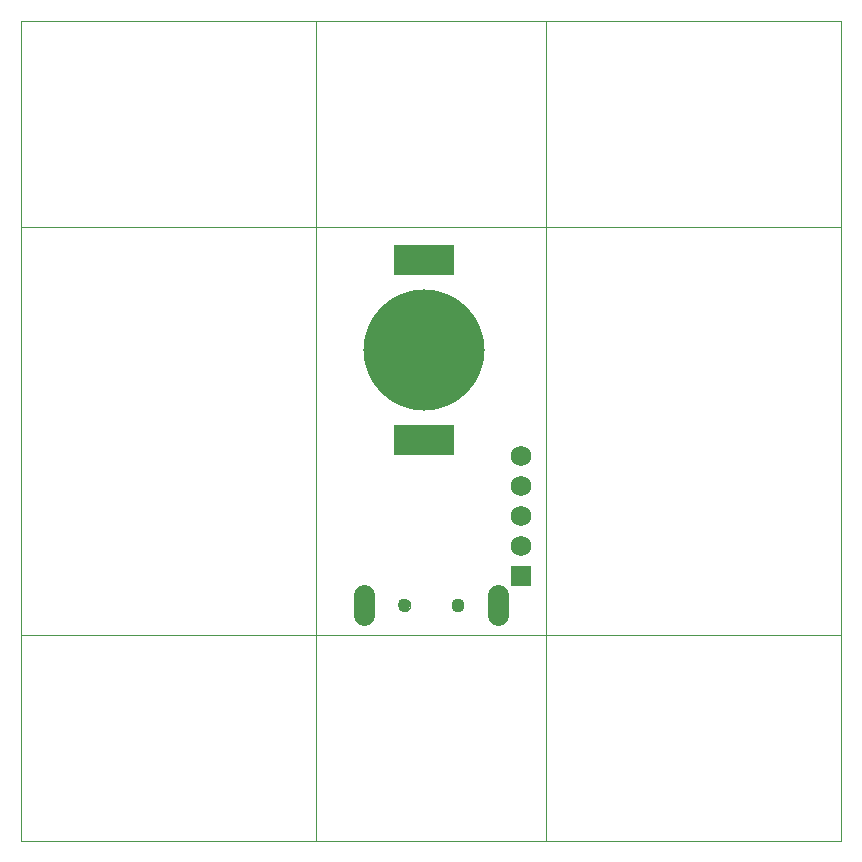
<source format=gbs>
G75*
%MOIN*%
%OFA0B0*%
%FSLAX25Y25*%
%IPPOS*%
%LPD*%
%AMOC8*
5,1,8,0,0,1.08239X$1,22.5*
%
%ADD10C,0.00000*%
%ADD11C,0.07000*%
%ADD12C,0.04337*%
%ADD13C,0.40400*%
%ADD14R,0.20400X0.10400*%
%ADD15R,0.06900X0.06900*%
%ADD16C,0.06900*%
D10*
X0001000Y0001000D02*
X0001000Y0274622D01*
X0274622Y0274622D01*
X0274622Y0001000D01*
X0001000Y0001000D01*
X0001000Y0069898D02*
X0274622Y0069898D01*
X0176197Y0001000D02*
X0176197Y0274622D01*
X0099425Y0274622D02*
X0099425Y0001000D01*
X0126984Y0079740D02*
X0126986Y0079828D01*
X0126992Y0079916D01*
X0127002Y0080004D01*
X0127016Y0080092D01*
X0127033Y0080178D01*
X0127055Y0080264D01*
X0127080Y0080348D01*
X0127110Y0080432D01*
X0127142Y0080514D01*
X0127179Y0080594D01*
X0127219Y0080673D01*
X0127263Y0080750D01*
X0127310Y0080825D01*
X0127360Y0080897D01*
X0127414Y0080968D01*
X0127470Y0081035D01*
X0127530Y0081101D01*
X0127592Y0081163D01*
X0127658Y0081223D01*
X0127725Y0081279D01*
X0127796Y0081333D01*
X0127868Y0081383D01*
X0127943Y0081430D01*
X0128020Y0081474D01*
X0128099Y0081514D01*
X0128179Y0081551D01*
X0128261Y0081583D01*
X0128345Y0081613D01*
X0128429Y0081638D01*
X0128515Y0081660D01*
X0128601Y0081677D01*
X0128689Y0081691D01*
X0128777Y0081701D01*
X0128865Y0081707D01*
X0128953Y0081709D01*
X0129041Y0081707D01*
X0129129Y0081701D01*
X0129217Y0081691D01*
X0129305Y0081677D01*
X0129391Y0081660D01*
X0129477Y0081638D01*
X0129561Y0081613D01*
X0129645Y0081583D01*
X0129727Y0081551D01*
X0129807Y0081514D01*
X0129886Y0081474D01*
X0129963Y0081430D01*
X0130038Y0081383D01*
X0130110Y0081333D01*
X0130181Y0081279D01*
X0130248Y0081223D01*
X0130314Y0081163D01*
X0130376Y0081101D01*
X0130436Y0081035D01*
X0130492Y0080968D01*
X0130546Y0080897D01*
X0130596Y0080825D01*
X0130643Y0080750D01*
X0130687Y0080673D01*
X0130727Y0080594D01*
X0130764Y0080514D01*
X0130796Y0080432D01*
X0130826Y0080348D01*
X0130851Y0080264D01*
X0130873Y0080178D01*
X0130890Y0080092D01*
X0130904Y0080004D01*
X0130914Y0079916D01*
X0130920Y0079828D01*
X0130922Y0079740D01*
X0130920Y0079652D01*
X0130914Y0079564D01*
X0130904Y0079476D01*
X0130890Y0079388D01*
X0130873Y0079302D01*
X0130851Y0079216D01*
X0130826Y0079132D01*
X0130796Y0079048D01*
X0130764Y0078966D01*
X0130727Y0078886D01*
X0130687Y0078807D01*
X0130643Y0078730D01*
X0130596Y0078655D01*
X0130546Y0078583D01*
X0130492Y0078512D01*
X0130436Y0078445D01*
X0130376Y0078379D01*
X0130314Y0078317D01*
X0130248Y0078257D01*
X0130181Y0078201D01*
X0130110Y0078147D01*
X0130038Y0078097D01*
X0129963Y0078050D01*
X0129886Y0078006D01*
X0129807Y0077966D01*
X0129727Y0077929D01*
X0129645Y0077897D01*
X0129561Y0077867D01*
X0129477Y0077842D01*
X0129391Y0077820D01*
X0129305Y0077803D01*
X0129217Y0077789D01*
X0129129Y0077779D01*
X0129041Y0077773D01*
X0128953Y0077771D01*
X0128865Y0077773D01*
X0128777Y0077779D01*
X0128689Y0077789D01*
X0128601Y0077803D01*
X0128515Y0077820D01*
X0128429Y0077842D01*
X0128345Y0077867D01*
X0128261Y0077897D01*
X0128179Y0077929D01*
X0128099Y0077966D01*
X0128020Y0078006D01*
X0127943Y0078050D01*
X0127868Y0078097D01*
X0127796Y0078147D01*
X0127725Y0078201D01*
X0127658Y0078257D01*
X0127592Y0078317D01*
X0127530Y0078379D01*
X0127470Y0078445D01*
X0127414Y0078512D01*
X0127360Y0078583D01*
X0127310Y0078655D01*
X0127263Y0078730D01*
X0127219Y0078807D01*
X0127179Y0078886D01*
X0127142Y0078966D01*
X0127110Y0079048D01*
X0127080Y0079132D01*
X0127055Y0079216D01*
X0127033Y0079302D01*
X0127016Y0079388D01*
X0127002Y0079476D01*
X0126992Y0079564D01*
X0126986Y0079652D01*
X0126984Y0079740D01*
X0144700Y0079740D02*
X0144702Y0079828D01*
X0144708Y0079916D01*
X0144718Y0080004D01*
X0144732Y0080092D01*
X0144749Y0080178D01*
X0144771Y0080264D01*
X0144796Y0080348D01*
X0144826Y0080432D01*
X0144858Y0080514D01*
X0144895Y0080594D01*
X0144935Y0080673D01*
X0144979Y0080750D01*
X0145026Y0080825D01*
X0145076Y0080897D01*
X0145130Y0080968D01*
X0145186Y0081035D01*
X0145246Y0081101D01*
X0145308Y0081163D01*
X0145374Y0081223D01*
X0145441Y0081279D01*
X0145512Y0081333D01*
X0145584Y0081383D01*
X0145659Y0081430D01*
X0145736Y0081474D01*
X0145815Y0081514D01*
X0145895Y0081551D01*
X0145977Y0081583D01*
X0146061Y0081613D01*
X0146145Y0081638D01*
X0146231Y0081660D01*
X0146317Y0081677D01*
X0146405Y0081691D01*
X0146493Y0081701D01*
X0146581Y0081707D01*
X0146669Y0081709D01*
X0146757Y0081707D01*
X0146845Y0081701D01*
X0146933Y0081691D01*
X0147021Y0081677D01*
X0147107Y0081660D01*
X0147193Y0081638D01*
X0147277Y0081613D01*
X0147361Y0081583D01*
X0147443Y0081551D01*
X0147523Y0081514D01*
X0147602Y0081474D01*
X0147679Y0081430D01*
X0147754Y0081383D01*
X0147826Y0081333D01*
X0147897Y0081279D01*
X0147964Y0081223D01*
X0148030Y0081163D01*
X0148092Y0081101D01*
X0148152Y0081035D01*
X0148208Y0080968D01*
X0148262Y0080897D01*
X0148312Y0080825D01*
X0148359Y0080750D01*
X0148403Y0080673D01*
X0148443Y0080594D01*
X0148480Y0080514D01*
X0148512Y0080432D01*
X0148542Y0080348D01*
X0148567Y0080264D01*
X0148589Y0080178D01*
X0148606Y0080092D01*
X0148620Y0080004D01*
X0148630Y0079916D01*
X0148636Y0079828D01*
X0148638Y0079740D01*
X0148636Y0079652D01*
X0148630Y0079564D01*
X0148620Y0079476D01*
X0148606Y0079388D01*
X0148589Y0079302D01*
X0148567Y0079216D01*
X0148542Y0079132D01*
X0148512Y0079048D01*
X0148480Y0078966D01*
X0148443Y0078886D01*
X0148403Y0078807D01*
X0148359Y0078730D01*
X0148312Y0078655D01*
X0148262Y0078583D01*
X0148208Y0078512D01*
X0148152Y0078445D01*
X0148092Y0078379D01*
X0148030Y0078317D01*
X0147964Y0078257D01*
X0147897Y0078201D01*
X0147826Y0078147D01*
X0147754Y0078097D01*
X0147679Y0078050D01*
X0147602Y0078006D01*
X0147523Y0077966D01*
X0147443Y0077929D01*
X0147361Y0077897D01*
X0147277Y0077867D01*
X0147193Y0077842D01*
X0147107Y0077820D01*
X0147021Y0077803D01*
X0146933Y0077789D01*
X0146845Y0077779D01*
X0146757Y0077773D01*
X0146669Y0077771D01*
X0146581Y0077773D01*
X0146493Y0077779D01*
X0146405Y0077789D01*
X0146317Y0077803D01*
X0146231Y0077820D01*
X0146145Y0077842D01*
X0146061Y0077867D01*
X0145977Y0077897D01*
X0145895Y0077929D01*
X0145815Y0077966D01*
X0145736Y0078006D01*
X0145659Y0078050D01*
X0145584Y0078097D01*
X0145512Y0078147D01*
X0145441Y0078201D01*
X0145374Y0078257D01*
X0145308Y0078317D01*
X0145246Y0078379D01*
X0145186Y0078445D01*
X0145130Y0078512D01*
X0145076Y0078583D01*
X0145026Y0078655D01*
X0144979Y0078730D01*
X0144935Y0078807D01*
X0144895Y0078886D01*
X0144858Y0078966D01*
X0144826Y0079048D01*
X0144796Y0079132D01*
X0144771Y0079216D01*
X0144749Y0079302D01*
X0144732Y0079388D01*
X0144718Y0079476D01*
X0144708Y0079564D01*
X0144702Y0079652D01*
X0144700Y0079740D01*
X0274622Y0205724D02*
X0001000Y0205724D01*
D11*
X0115370Y0083040D02*
X0115370Y0076440D01*
X0160252Y0076440D02*
X0160252Y0083040D01*
D12*
X0146669Y0079740D03*
X0128953Y0079740D03*
D13*
X0135646Y0164780D03*
D14*
X0135646Y0194780D03*
X0135646Y0134780D03*
D15*
X0167929Y0089583D03*
D16*
X0167929Y0099583D03*
X0167929Y0109583D03*
X0167929Y0119583D03*
X0167929Y0129583D03*
M02*

</source>
